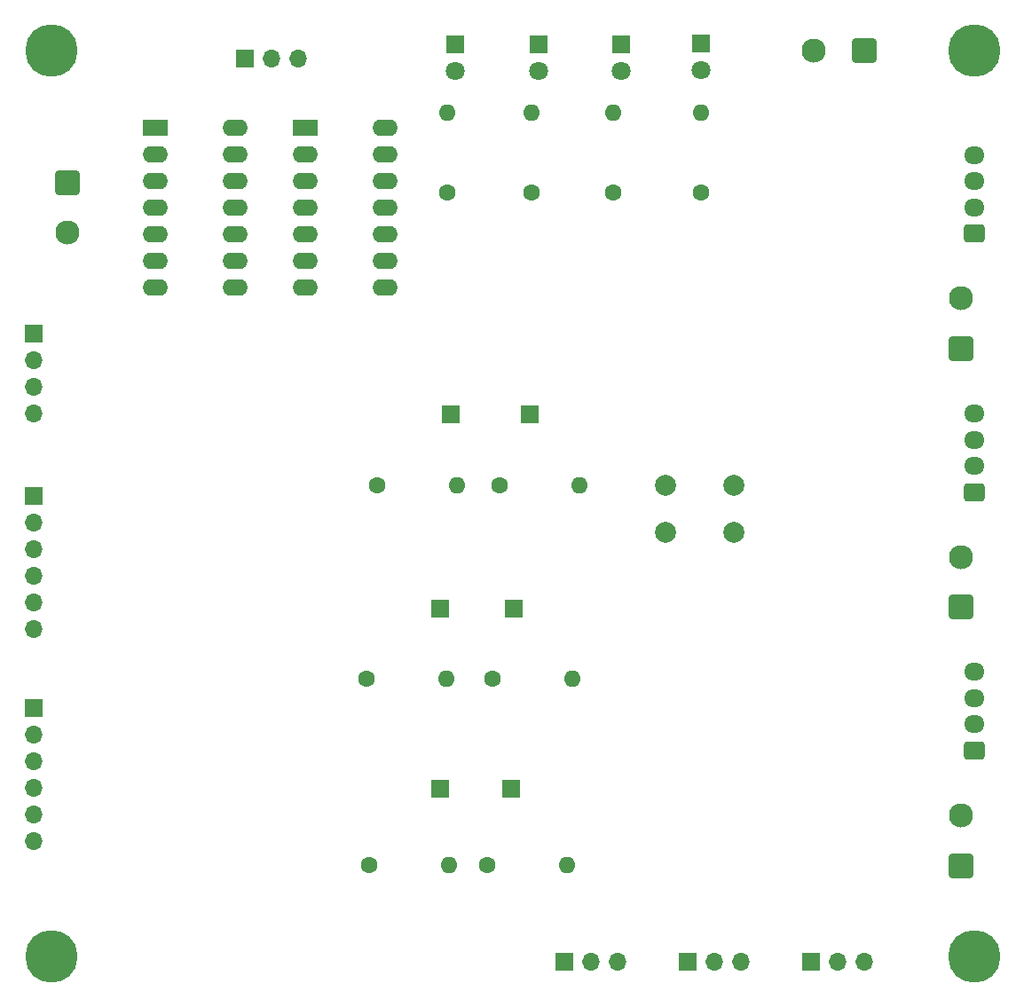
<source format=gbr>
%TF.GenerationSoftware,KiCad,Pcbnew,8.0.0*%
%TF.CreationDate,2024-03-05T12:45:20-06:00*%
%TF.ProjectId,MainBoard,4d61696e-426f-4617-9264-2e6b69636164,rev?*%
%TF.SameCoordinates,Original*%
%TF.FileFunction,Soldermask,Bot*%
%TF.FilePolarity,Negative*%
%FSLAX46Y46*%
G04 Gerber Fmt 4.6, Leading zero omitted, Abs format (unit mm)*
G04 Created by KiCad (PCBNEW 8.0.0) date 2024-03-05 12:45:20*
%MOMM*%
%LPD*%
G01*
G04 APERTURE LIST*
G04 Aperture macros list*
%AMRoundRect*
0 Rectangle with rounded corners*
0 $1 Rounding radius*
0 $2 $3 $4 $5 $6 $7 $8 $9 X,Y pos of 4 corners*
0 Add a 4 corners polygon primitive as box body*
4,1,4,$2,$3,$4,$5,$6,$7,$8,$9,$2,$3,0*
0 Add four circle primitives for the rounded corners*
1,1,$1+$1,$2,$3*
1,1,$1+$1,$4,$5*
1,1,$1+$1,$6,$7*
1,1,$1+$1,$8,$9*
0 Add four rect primitives between the rounded corners*
20,1,$1+$1,$2,$3,$4,$5,0*
20,1,$1+$1,$4,$5,$6,$7,0*
20,1,$1+$1,$6,$7,$8,$9,0*
20,1,$1+$1,$8,$9,$2,$3,0*%
G04 Aperture macros list end*
%ADD10C,5.000000*%
%ADD11C,1.600000*%
%ADD12O,1.600000X1.600000*%
%ADD13R,1.700000X1.700000*%
%ADD14O,1.700000X1.700000*%
%ADD15RoundRect,0.250001X0.899999X-0.899999X0.899999X0.899999X-0.899999X0.899999X-0.899999X-0.899999X0*%
%ADD16C,2.300000*%
%ADD17R,1.800000X1.800000*%
%ADD18C,1.800000*%
%ADD19C,2.000000*%
%ADD20RoundRect,0.250001X-0.899999X0.899999X-0.899999X-0.899999X0.899999X-0.899999X0.899999X0.899999X0*%
%ADD21RoundRect,0.250000X0.725000X-0.600000X0.725000X0.600000X-0.725000X0.600000X-0.725000X-0.600000X0*%
%ADD22O,1.950000X1.700000*%
%ADD23R,2.400000X1.600000*%
%ADD24O,2.400000X1.600000*%
%ADD25RoundRect,0.250001X0.899999X0.899999X-0.899999X0.899999X-0.899999X-0.899999X0.899999X-0.899999X0*%
G04 APERTURE END LIST*
D10*
%TO.C,H3*%
X108500000Y-139500000D03*
%TD*%
D11*
%TO.C,R3*%
X170500000Y-66560000D03*
D12*
X170500000Y-58940000D03*
%TD*%
D13*
%TO.C,TP5*%
X145587500Y-106250000D03*
%TD*%
%TO.C,TP3*%
X146587500Y-87750000D03*
%TD*%
%TO.C,J12*%
X106750000Y-80000000D03*
D14*
X106750000Y-82540000D03*
X106750000Y-85080000D03*
X106750000Y-87620000D03*
%TD*%
D15*
%TO.C,J9*%
X195300000Y-106140000D03*
D16*
X195300000Y-101340000D03*
%TD*%
D11*
%TO.C,R7*%
X151277500Y-94500000D03*
D12*
X158897500Y-94500000D03*
%TD*%
D13*
%TO.C,J5*%
X157435000Y-140000000D03*
D14*
X159975000Y-140000000D03*
X162515000Y-140000000D03*
%TD*%
D13*
%TO.C,TP2*%
X152337500Y-123500000D03*
%TD*%
D17*
%TO.C,D1*%
X147000000Y-52460000D03*
D18*
X147000000Y-55000000D03*
%TD*%
D19*
%TO.C,SW1*%
X167087500Y-94500000D03*
X173587500Y-94500000D03*
X167087500Y-99000000D03*
X173587500Y-99000000D03*
%TD*%
D17*
%TO.C,D4*%
X162833300Y-52460000D03*
D18*
X162833300Y-55000000D03*
%TD*%
D10*
%TO.C,H1*%
X108500000Y-53000000D03*
%TD*%
%TO.C,H2*%
X196500000Y-53000000D03*
%TD*%
D11*
%TO.C,R4*%
X138777500Y-130750000D03*
D12*
X146397500Y-130750000D03*
%TD*%
D11*
%TO.C,R10*%
X162083300Y-66560000D03*
D12*
X162083300Y-58940000D03*
%TD*%
D11*
%TO.C,R8*%
X138527500Y-113000000D03*
D12*
X146147500Y-113000000D03*
%TD*%
D15*
%TO.C,J8*%
X195300000Y-130800000D03*
D16*
X195300000Y-126000000D03*
%TD*%
D11*
%TO.C,R5*%
X150027500Y-130750000D03*
D12*
X157647500Y-130750000D03*
%TD*%
D11*
%TO.C,R9*%
X150527500Y-113000000D03*
D12*
X158147500Y-113000000D03*
%TD*%
D13*
%TO.C,TP4*%
X154087500Y-87750000D03*
%TD*%
D15*
%TO.C,J21*%
X195300000Y-81480000D03*
D16*
X195300000Y-76680000D03*
%TD*%
D20*
%TO.C,J17*%
X110000000Y-65600000D03*
D16*
X110000000Y-70400000D03*
%TD*%
D21*
%TO.C,J18*%
X196500000Y-95160000D03*
D22*
X196500000Y-92660000D03*
X196500000Y-90160000D03*
X196500000Y-87660000D03*
%TD*%
D21*
%TO.C,J20*%
X196500000Y-70500000D03*
D22*
X196500000Y-68000000D03*
X196500000Y-65500000D03*
X196500000Y-63000000D03*
%TD*%
D11*
%TO.C,R6*%
X139527500Y-94500000D03*
D12*
X147147500Y-94500000D03*
%TD*%
D13*
%TO.C,J7*%
X180920000Y-140000000D03*
D14*
X183460000Y-140000000D03*
X186000000Y-140000000D03*
%TD*%
D13*
%TO.C,J10*%
X106750000Y-95500000D03*
D14*
X106750000Y-98040000D03*
X106750000Y-100580000D03*
X106750000Y-103120000D03*
X106750000Y-105660000D03*
X106750000Y-108200000D03*
%TD*%
D13*
%TO.C,J6*%
X169177500Y-140000000D03*
D14*
X171717500Y-140000000D03*
X174257500Y-140000000D03*
%TD*%
D13*
%TO.C,TP6*%
X152587500Y-106250000D03*
%TD*%
D23*
%TO.C,U4*%
X118425000Y-60375000D03*
D24*
X118425000Y-62915000D03*
X118425000Y-65455000D03*
X118425000Y-67995000D03*
X118425000Y-70535000D03*
X118425000Y-73075000D03*
X118425000Y-75615000D03*
X126045000Y-75615000D03*
X126045000Y-73075000D03*
X126045000Y-70535000D03*
X126045000Y-67995000D03*
X126045000Y-65455000D03*
X126045000Y-62915000D03*
X126045000Y-60375000D03*
%TD*%
D17*
%TO.C,D3*%
X170500000Y-52375000D03*
D18*
X170500000Y-54915000D03*
%TD*%
D25*
%TO.C,J4*%
X186000000Y-53000000D03*
D16*
X181200000Y-53000000D03*
%TD*%
D13*
%TO.C,J11*%
X106750000Y-115750000D03*
D14*
X106750000Y-118290000D03*
X106750000Y-120830000D03*
X106750000Y-123370000D03*
X106750000Y-125910000D03*
X106750000Y-128450000D03*
%TD*%
D23*
%TO.C,U6*%
X132675000Y-60375000D03*
D24*
X132675000Y-62915000D03*
X132675000Y-65455000D03*
X132675000Y-67995000D03*
X132675000Y-70535000D03*
X132675000Y-73075000D03*
X132675000Y-75615000D03*
X140295000Y-75615000D03*
X140295000Y-73075000D03*
X140295000Y-70535000D03*
X140295000Y-67995000D03*
X140295000Y-65455000D03*
X140295000Y-62915000D03*
X140295000Y-60375000D03*
%TD*%
D11*
%TO.C,R1*%
X146250000Y-66560000D03*
D12*
X146250000Y-58940000D03*
%TD*%
D10*
%TO.C,H4*%
X196500000Y-139500000D03*
%TD*%
D17*
%TO.C,D2*%
X155000000Y-52460000D03*
D18*
X155000000Y-55000000D03*
%TD*%
D13*
%TO.C,TP1*%
X145587500Y-123500000D03*
%TD*%
%TO.C,J14*%
X126920000Y-53750000D03*
D14*
X129460000Y-53750000D03*
X132000000Y-53750000D03*
%TD*%
D21*
%TO.C,J19*%
X196500000Y-119820000D03*
D22*
X196500000Y-117320000D03*
X196500000Y-114820000D03*
X196500000Y-112320000D03*
%TD*%
D11*
%TO.C,R2*%
X154250000Y-66560000D03*
D12*
X154250000Y-58940000D03*
%TD*%
M02*

</source>
